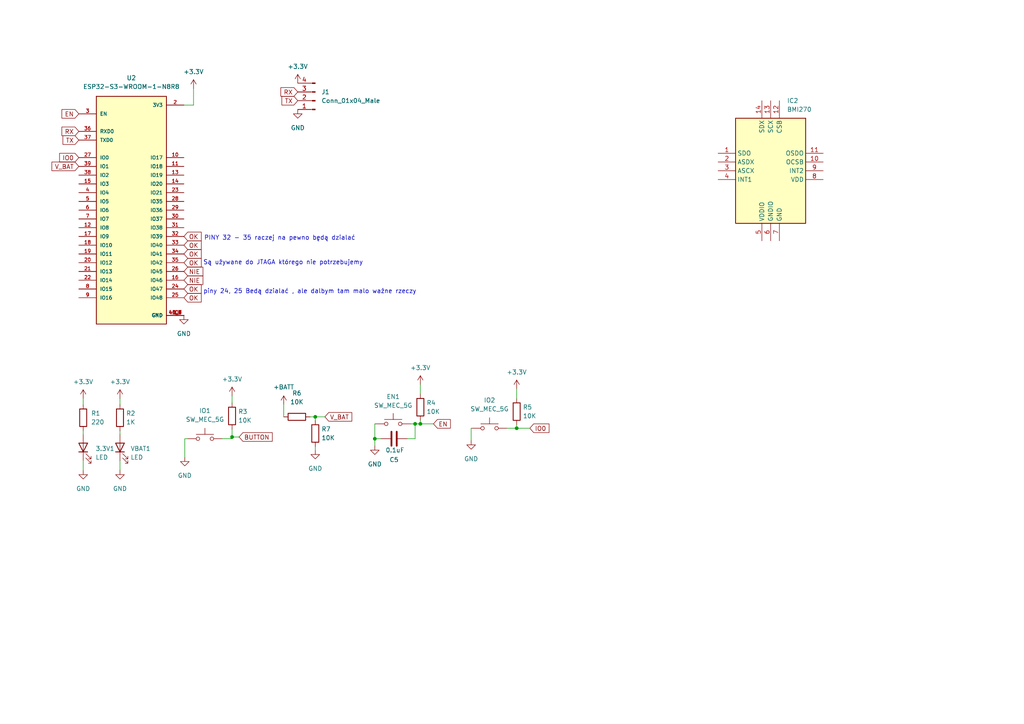
<source format=kicad_sch>
(kicad_sch (version 20230121) (generator eeschema)
  (paper "A4")
  (lib_symbols
    (symbol "Connector:Conn_01x04_Male" (pin_names (offset 1.016) hide)
      (property "Reference" "J" (at 0 5.08 0))
      (property "Value" "Conn_01x04_Male" (at 0 -7.62 0))
      (symbol "Conn_01x04_Male_1_1"
        (polyline (pts (xy 1.27 -5.08) (xy 0.8636 -5.08)) (stroke (width 0.1524)))
        (polyline (pts (xy 1.27 -2.54) (xy 0.8636 -2.54)) (stroke (width 0.1524)))
        (polyline (pts (xy 1.27 0) (xy 0.8636 0)) (stroke (width 0.1524)))
        (polyline (pts (xy 1.27 2.54) (xy 0.8636 2.54)) (stroke (width 0.1524)))
        (rectangle (start 0.8636 -4.953) (end 0 -5.207) (stroke (width 0.1524)) (fill (type outline)))
        (rectangle (start 0.8636 -2.413) (end 0 -2.667) (stroke (width 0.1524)) (fill (type outline)))
        (rectangle (start 0.8636 0.127) (end 0 -0.127) (stroke (width 0.1524)) (fill (type outline)))
        (rectangle (start 0.8636 2.667) (end 0 2.413) (stroke (width 0.1524)) (fill (type outline)))
        (pin passive line (at 5.08 2.54 180) (length 3.81) (name "Pin_1") (number "1"))
        (pin passive line (at 5.08 0 180) (length 3.81) (name "Pin_2") (number "2"))
        (pin passive line (at 5.08 -2.54 180) (length 3.81) (name "Pin_3") (number "3"))
        (pin passive line (at 5.08 -5.08 180) (length 3.81) (name "Pin_4") (number "4"))
      )
    )
    (symbol "Device:C" (pin_numbers hide) (pin_names (offset 0.254))
      (property "Reference" "C" (at 0.635 2.54 0))
      (property "Value" "C" (at 0.635 -2.54 0))
      (symbol "C_0_1"
        (polyline (pts (xy -2.032 -0.762) (xy 2.032 -0.762)) (stroke (width 0.508)))
        (polyline (pts (xy -2.032 0.762) (xy 2.032 0.762)) (stroke (width 0.508)))
      )
      (symbol "C_1_1"
        (pin passive line (at 0 3.81 270) (length 2.794) (name "~") (number "1"))
        (pin passive line (at 0 -3.81 90) (length 2.794) (name "~") (number "2"))
      )
    )
    (symbol "Device:LED" (pin_numbers hide) (pin_names (offset 1.016) hide)
      (property "Reference" "D" (at 0 2.54 0))
      (property "Value" "LED" (at 0 -2.54 0))
      (symbol "LED_0_1"
        (polyline (pts (xy -1.27 -1.27) (xy -1.27 1.27)) (stroke (width 0.254)))
        (polyline (pts (xy -1.27 0) (xy 1.27 0)))
        (polyline (pts (xy 1.27 -1.27) (xy 1.27 1.27) (xy -1.27 0) (xy 1.27 -1.27)) (stroke (width 0.254)))
        (polyline (pts (xy -3.048 -0.762) (xy -4.572 -2.286) (xy -3.81 -2.286) (xy -4.572 -2.286) (xy -4.572 -1.524)))
        (polyline (pts (xy -1.778 -0.762) (xy -3.302 -2.286) (xy -2.54 -2.286) (xy -3.302 -2.286) (xy -3.302 -1.524)))
      )
      (symbol "LED_1_1"
        (pin passive line (at -3.81 0 0) (length 2.54) (name "K") (number "1"))
        (pin passive line (at 3.81 0 180) (length 2.54) (name "A") (number "2"))
      )
    )
    (symbol "Device:R" (pin_numbers hide) (pin_names (offset 0))
      (property "Reference" "R" (at 2.032 0 90))
      (property "Value" "R" (at 0 0 90))
      (symbol "R_0_1"
        (rectangle (start -1.016 -2.54) (end 1.016 2.54) (stroke (width 0.254)))
      )
      (symbol "R_1_1"
        (pin passive line (at 0 3.81 270) (length 1.27) (name "~") (number "1"))
        (pin passive line (at 0 -3.81 90) (length 1.27) (name "~") (number "2"))
      )
    )
    (symbol "ESP32-S3-WROOM-1-N8R8:ESP32-S3-WROOM-1-N8R8" (pin_names (offset 1.016))
      (property "Reference" "U" (at -10.16 34.1122 0))
      (property "Value" "ESP32-S3-WROOM-1-N8R8" (at -10.16 -35.56 0))
      (symbol "ESP32-S3-WROOM-1-N8R8_0_0"
        (rectangle (start -10.16 -33.02) (end 10.16 33.02) (stroke (width 0.254)) (fill (type background)))
        (pin power_in line (at 15.24 -30.48 180) (length 5.08) (name "GND") (number "1"))
        (pin bidirectional line (at 15.24 15.24 180) (length 5.08) (name "IO17") (number "10"))
        (pin bidirectional line (at 15.24 12.7 180) (length 5.08) (name "IO18") (number "11"))
        (pin bidirectional line (at -15.24 -5.08 0) (length 5.08) (name "IO8") (number "12"))
        (pin bidirectional line (at 15.24 10.16 180) (length 5.08) (name "IO19") (number "13"))
        (pin bidirectional line (at 15.24 7.62 180) (length 5.08) (name "IO20") (number "14"))
        (pin bidirectional line (at -15.24 7.62 0) (length 5.08) (name "IO3") (number "15"))
        (pin bidirectional line (at 15.24 -20.32 180) (length 5.08) (name "IO46") (number "16"))
        (pin bidirectional line (at -15.24 -7.62 0) (length 5.08) (name "IO9") (number "17"))
        (pin bidirectional line (at -15.24 -10.16 0) (length 5.08) (name "IO10") (number "18"))
        (pin bidirectional line (at -15.24 -12.7 0) (length 5.08) (name "IO11") (number "19"))
        (pin power_in line (at 15.24 30.48 180) (length 5.08) (name "3V3") (number "2"))
        (pin bidirectional line (at -15.24 -15.24 0) (length 5.08) (name "IO12") (number "20"))
        (pin bidirectional line (at -15.24 -17.78 0) (length 5.08) (name "IO13") (number "21"))
        (pin bidirectional line (at -15.24 -20.32 0) (length 5.08) (name "IO14") (number "22"))
        (pin bidirectional line (at 15.24 5.08 180) (length 5.08) (name "IO21") (number "23"))
        (pin bidirectional line (at 15.24 -22.86 180) (length 5.08) (name "IO47") (number "24"))
        (pin bidirectional line (at 15.24 -25.4 180) (length 5.08) (name "IO48") (number "25"))
        (pin bidirectional line (at 15.24 -17.78 180) (length 5.08) (name "IO45") (number "26"))
        (pin bidirectional line (at -15.24 15.24 0) (length 5.08) (name "IO0") (number "27"))
        (pin bidirectional line (at 15.24 2.54 180) (length 5.08) (name "IO35") (number "28"))
        (pin bidirectional line (at 15.24 0 180) (length 5.08) (name "IO36") (number "29"))
        (pin input line (at -15.24 27.94 0) (length 5.08) (name "EN") (number "3"))
        (pin bidirectional line (at 15.24 -2.54 180) (length 5.08) (name "IO37") (number "30"))
        (pin bidirectional line (at 15.24 -5.08 180) (length 5.08) (name "IO38") (number "31"))
        (pin bidirectional line (at 15.24 -7.62 180) (length 5.08) (name "IO39") (number "32"))
        (pin bidirectional line (at 15.24 -10.16 180) (length 5.08) (name "IO40") (number "33"))
        (pin bidirectional line (at 15.24 -12.7 180) (length 5.08) (name "IO41") (number "34"))
        (pin bidirectional line (at 15.24 -15.24 180) (length 5.08) (name "IO42") (number "35"))
        (pin bidirectional line (at -15.24 22.86 0) (length 5.08) (name "RXD0") (number "36"))
        (pin bidirectional line (at -15.24 20.32 0) (length 5.08) (name "TXD0") (number "37"))
        (pin bidirectional line (at -15.24 10.16 0) (length 5.08) (name "IO2") (number "38"))
        (pin bidirectional line (at -15.24 12.7 0) (length 5.08) (name "IO1") (number "39"))
        (pin bidirectional line (at -15.24 5.08 0) (length 5.08) (name "IO4") (number "4"))
        (pin power_in line (at 15.24 -30.48 180) (length 5.08) (name "GND") (number "40"))
        (pin power_in line (at 15.24 -30.48 180) (length 5.08) (name "GND") (number "41_1"))
        (pin power_in line (at 15.24 -30.48 180) (length 5.08) (name "GND") (number "41_2"))
        (pin power_in line (at 15.24 -30.48 180) (length 5.08) (name "GND") (number "41_3"))
        (pin power_in line (at 15.24 -30.48 180) (length 5.08) (name "GND") (number "41_4"))
        (pin power_in line (at 15.24 -30.48 180) (length 5.08) (name "GND") (number "41_5"))
        (pin power_in line (at 15.24 -30.48 180) (length 5.08) (name "GND") (number "41_6"))
        (pin power_in line (at 15.24 -30.48 180) (length 5.08) (name "GND") (number "41_7"))
        (pin power_in line (at 15.24 -30.48 180) (length 5.08) (name "GND") (number "41_8"))
        (pin power_in line (at 15.24 -30.48 180) (length 5.08) (name "GND") (number "41_9"))
        (pin bidirectional line (at -15.24 2.54 0) (length 5.08) (name "IO5") (number "5"))
        (pin bidirectional line (at -15.24 0 0) (length 5.08) (name "IO6") (number "6"))
        (pin bidirectional line (at -15.24 -2.54 0) (length 5.08) (name "IO7") (number "7"))
        (pin bidirectional line (at -15.24 -22.86 0) (length 5.08) (name "IO15") (number "8"))
        (pin bidirectional line (at -15.24 -25.4 0) (length 5.08) (name "IO16") (number "9"))
      )
    )
    (symbol "Importowane schematy:BMI270"
      (property "Reference" "IC" (at 26.67 15.24 0))
      (property "Value" "BMI270" (at 26.67 12.7 0))
      (symbol "BMI270_1_1"
        (rectangle (start 5.08 10.16) (end 25.4 -20.32) (stroke (width 0.254)) (fill (type background)))
        (pin passive line (at 0 0 0) (length 5.08) (name "SDO") (number "1"))
        (pin passive line (at 30.48 -2.54 180) (length 5.08) (name "OCSB") (number "10"))
        (pin passive line (at 30.48 0 180) (length 5.08) (name "OSDO") (number "11"))
        (pin passive line (at 17.78 15.24 270) (length 5.08) (name "CSB") (number "12"))
        (pin passive line (at 15.24 15.24 270) (length 5.08) (name "SCX") (number "13"))
        (pin passive line (at 12.7 15.24 270) (length 5.08) (name "SDX") (number "14"))
        (pin passive line (at 0 -2.54 0) (length 5.08) (name "ASDX") (number "2"))
        (pin passive line (at 0 -5.08 0) (length 5.08) (name "ASCX") (number "3"))
        (pin passive line (at 0 -7.62 0) (length 5.08) (name "INT1") (number "4"))
        (pin passive line (at 12.7 -25.4 90) (length 5.08) (name "VDDIO") (number "5"))
        (pin passive line (at 15.24 -25.4 90) (length 5.08) (name "GNDIO") (number "6"))
        (pin passive line (at 17.78 -25.4 90) (length 5.08) (name "GND") (number "7"))
        (pin passive line (at 30.48 -7.62 180) (length 5.08) (name "VDD") (number "8"))
        (pin passive line (at 30.48 -5.08 180) (length 5.08) (name "INT2") (number "9"))
      )
    )
    (symbol "Switch:SW_MEC_5G" (pin_numbers hide) (pin_names (offset 1.016) hide)
      (property "Reference" "SW" (at 1.27 2.54 0))
      (property "Value" "SW_MEC_5G" (at 0 -1.524 0))
      (symbol "SW_MEC_5G_0_1"
        (circle (center -2.032 0) (radius 0.508))
        (polyline (pts (xy 0 1.27) (xy 0 3.048)))
        (polyline (pts (xy 2.54 1.27) (xy -2.54 1.27)))
        (circle (center 2.032 0) (radius 0.508))
        (pin passive line (at -5.08 0 0) (length 2.54) (name "A") (number "1"))
        (pin passive line (at 5.08 0 180) (length 2.54) (name "B") (number "3"))
      )
      (symbol "SW_MEC_5G_1_1"
        (pin passive line (at -5.08 0 0) (length 2.54) hide (name "A") (number "2"))
        (pin passive line (at 5.08 0 180) (length 2.54) hide (name "B") (number "4"))
      )
    )
    (symbol "power:+3.3V" (power) (pin_names (offset 0))
      (property "Value" "+3.3V" (at 0 3.556 0))
      (symbol "+3.3V_0_1"
        (polyline (pts (xy -0.762 1.27) (xy 0 2.54)))
        (polyline (pts (xy 0 0) (xy 0 2.54)))
        (polyline (pts (xy 0 2.54) (xy 0.762 1.27)))
      )
      (symbol "+3.3V_1_1"
        (pin power_in line (at 0 0 90) (length 0) hide (name "+3.3V") (number "1"))
      )
    )
    (symbol "power:+BATT" (power) (pin_names (offset 0))
      (property "Value" "+BATT" (at 0 3.556 0))
      (symbol "+BATT_0_1"
        (polyline (pts (xy -0.762 1.27) (xy 0 2.54)))
        (polyline (pts (xy 0 0) (xy 0 2.54)))
        (polyline (pts (xy 0 2.54) (xy 0.762 1.27)))
      )
      (symbol "+BATT_1_1"
        (pin power_in line (at 0 0 90) (length 0) hide (name "+BATT") (number "1"))
      )
    )
    (symbol "power:GND" (power) (pin_names (offset 0))
      (property "Value" "GND" (at 0 -3.81 0))
      (symbol "GND_0_1"
        (polyline (pts (xy 0 0) (xy 0 -1.27) (xy 1.27 -1.27) (xy 0 -2.54) (xy -1.27 -1.27) (xy 0 -1.27)))
      )
      (symbol "GND_1_1"
        (pin power_in line (at 0 0 270) (length 0) hide (name "GND") (number "1"))
      )
    )
  )
  (junction (at 121.92 122.936))
  (junction (at 108.712 127.254))
  (junction (at 120.396 122.936))
  (junction (at 67.31 126.746))
  (junction (at 91.44 120.904))
  (junction (at 149.86 124.206))
  (wire (pts (xy 120.396 127.254) (xy 120.396 122.936)))
  (wire (pts (xy 53.594 127.254) (xy 54.356 127.254)))
  (wire (pts (xy 149.86 124.206) (xy 149.86 123.19)))
  (wire (pts (xy 24.13 115.57) (xy 24.13 117.348)))
  (wire (pts (xy 34.798 115.57) (xy 34.798 117.348)))
  (wire (pts (xy 136.652 127.762) (xy 136.652 124.206)))
  (wire (pts (xy 119.126 122.936) (xy 120.396 122.936)))
  (wire (pts (xy 147.066 124.206) (xy 149.86 124.206)))
  (wire (pts (xy 108.712 127.254) (xy 108.712 122.936)))
  (wire (pts (xy 67.31 114.808) (xy 67.31 116.84)))
  (wire (pts (xy 53.594 132.588) (xy 53.594 127.254)))
  (wire (pts (xy 67.31 126.746) (xy 69.342 126.746)))
  (wire (pts (xy 89.916 120.904) (xy 91.44 120.904)))
  (wire (pts (xy 53.34 30.48) (xy 56.134 30.48)))
  (wire (pts (xy 108.712 127.254) (xy 110.49 127.254)))
  (wire (pts (xy 108.712 129.286) (xy 108.712 127.254)))
  (wire (pts (xy 121.92 122.936) (xy 121.92 121.92)))
  (wire (pts (xy 118.11 127.254) (xy 120.396 127.254)))
  (wire (pts (xy 120.396 122.936) (xy 121.92 122.936)))
  (wire (pts (xy 149.86 124.206) (xy 153.67 124.206)))
  (wire (pts (xy 121.92 122.936) (xy 125.73 122.936)))
  (wire (pts (xy 67.31 126.746) (xy 67.31 127.254)))
  (wire (pts (xy 91.44 130.556) (xy 91.44 129.54)))
  (wire (pts (xy 82.296 117.348) (xy 82.296 120.904)))
  (wire (pts (xy 108.712 122.936) (xy 108.966 122.936)))
  (wire (pts (xy 24.13 133.604) (xy 24.13 136.398)))
  (wire (pts (xy 121.92 114.3) (xy 121.92 111.506)))
  (wire (pts (xy 56.134 30.48) (xy 56.134 25.654)))
  (wire (pts (xy 34.798 133.604) (xy 34.798 136.398)))
  (wire (pts (xy 91.44 120.904) (xy 91.44 121.92)))
  (wire (pts (xy 67.31 126.746) (xy 67.31 124.46)))
  (wire (pts (xy 91.44 120.904) (xy 94.234 120.904)))
  (wire (pts (xy 64.516 127.254) (xy 67.31 127.254)))
  (wire (pts (xy 34.798 124.968) (xy 34.798 125.984)))
  (wire (pts (xy 149.86 115.57) (xy 149.86 112.776)))
  (wire (pts (xy 24.13 124.968) (xy 24.13 125.984)))
  (wire (pts (xy 136.652 124.206) (xy 136.906 124.206)))
  (text "Są używane do JTAGA którego nie potrzebujemy" (at 58.928 76.962 0) (effects (font (size 1.27 1.27)) (justify left bottom)))
  (text "PINY 32 - 35 raczej na pewno będą dzialać" (at 59.182 69.85 0) (effects (font (size 1.27 1.27)) (justify left bottom)))
  (text "piny 24, 25 Bedą dzialać , ale dalbym tam malo ważne rzeczy" (at 58.928 85.344 0) (effects (font (size 1.27 1.27)) (justify left bottom)))
  (global_label "NIE" (shape input) (at 53.34 78.74 0) (property "Intersheetrefs" "${INTERSHEET_REFS}" (effects hide)))
  (global_label "RX" (shape input) (at 86.36 26.67 180) (property "Intersheetrefs" "${INTERSHEET_REFS}" (effects hide)))
  (global_label "NIE" (shape input) (at 53.34 81.28 0) (property "Intersheetrefs" "${INTERSHEET_REFS}" (effects hide)))
  (global_label "BUTTON" (shape input) (at 69.342 126.746 0) (property "Intersheetrefs" "${INTERSHEET_REFS}" (effects hide)))
  (global_label "OK" (shape input) (at 53.34 68.58 0) (property "Intersheetrefs" "${INTERSHEET_REFS}" (effects hide)))
  (global_label "IO0" (shape input) (at 153.67 124.206 0) (property "Intersheetrefs" "${INTERSHEET_REFS}" (effects hide)))
  (global_label "TX" (shape input) (at 22.86 40.64 180) (property "Intersheetrefs" "${INTERSHEET_REFS}" (effects hide)))
  (global_label "TX" (shape input) (at 86.36 29.21 180) (property "Intersheetrefs" "${INTERSHEET_REFS}" (effects hide)))
  (global_label "OK" (shape input) (at 53.34 71.12 0) (property "Intersheetrefs" "${INTERSHEET_REFS}" (effects hide)))
  (global_label "IO0" (shape input) (at 22.86 45.72 180) (property "Intersheetrefs" "${INTERSHEET_REFS}" (effects hide)))
  (global_label "EN" (shape input) (at 22.86 33.02 180) (property "Intersheetrefs" "${INTERSHEET_REFS}" (effects hide)))
  (global_label "V_BAT" (shape input) (at 94.234 120.904 0) (property "Intersheetrefs" "${INTERSHEET_REFS}" (effects hide)))
  (global_label "OK" (shape input) (at 53.34 83.82 0) (property "Intersheetrefs" "${INTERSHEET_REFS}" (effects hide)))
  (global_label "V_BAT" (shape input) (at 22.86 48.26 180) (property "Intersheetrefs" "${INTERSHEET_REFS}" (effects hide)))
  (global_label "OK" (shape input) (at 53.34 73.66 0) (property "Intersheetrefs" "${INTERSHEET_REFS}" (effects hide)))
  (global_label "OK" (shape input) (at 53.34 86.36 0) (property "Intersheetrefs" "${INTERSHEET_REFS}" (effects hide)))
  (global_label "RX" (shape input) (at 22.86 38.1 180) (property "Intersheetrefs" "${INTERSHEET_REFS}" (effects hide)))
  (global_label "OK" (shape input) (at 53.34 76.2 0) (property "Intersheetrefs" "${INTERSHEET_REFS}" (effects hide)))
  (global_label "EN" (shape input) (at 125.73 122.936 0) (property "Intersheetrefs" "${INTERSHEET_REFS}" (effects hide)))
  (symbol (lib_id "Device:R") (at 149.86 119.38 0) (unit 1)
    (property "Reference" "R5" (at 151.638 118.1099 0) (effects (justify left)))
    (property "Value" "10K" (at 151.638 120.6499 0) (effects (justify left)))
    (property "Footprint" "Resistor_SMD:R_0603_1608Metric" (effects hide))
  )
  (symbol (lib_id "Switch:SW_MEC_5G") (at 59.436 127.254 0) (unit 1)
    (property "Reference" "IO1" (at 59.436 119.126 0))
    (property "Value" "SW_MEC_5G" (at 59.436 121.666 0))
    (property "Datasheet" "http://www.apem.com/int/index.php?controller=attachment&id_attachment=488" (effects hide))
    (instances (project "LF_1" (path "" (reference "IO1") (unit 1)) (path "" (reference "IO2") (unit 1))))
  )
  (symbol (lib_id "power:+BATT") (at 82.296 117.348 0) (unit 1)
    (property "Reference" "#PWR029" (effects hide))
    (property "Value" "+BATT" (at 82.296 112.268 0))
    (instances (project "LF_1" (path "" (reference "#PWR029") (unit 1)) (path "" (reference "#PWR011") (unit 1))))
  )
  (symbol (lib_id "Device:R") (at 34.798 121.158 0) (unit 1)
    (property "Reference" "R2" (at 36.576 119.8879 0) (effects (justify left)))
    (property "Value" "1K" (at 36.576 122.4279 0) (effects (justify left)))
    (property "Footprint" "Resistor_SMD:R_0603_1608Metric" (effects hide))
    (instances (project "LF_1" (path "" (reference "R2") (unit 1)) (path "" (reference "R9") (unit 1))))
  )
  (symbol (lib_id "Importowane schematy:BMI270") (at 208.28 44.45 0) (unit 1)
    (property "Reference" "IC2" (at 228.2541 29.21 0) (effects (justify left)))
    (property "Value" "BMI270" (at 228.2541 31.75 0) (effects (justify left)))
    (property "Footprint" "Importowane schematy:QFN50P300X250X87-14N" (effects hide))
    (property "Datasheet" "https://www.mouser.de/datasheet/2/783/BST-BMI270-FL000-1530947.pdf" (effects hide))
    (property "Height" "0.87" (effects hide))
    (property "Mouser Part Number" "262-BMI270" (effects hide))
    (property "Mouser Price/Stock" "https://www.mouser.co.uk/ProductDetail/Bosch-Sensortec/BMI270?qs=u16ybLDytRYIj%252BjQEee88A%3D%3D" (effects hide))
    (property "Manufacturer_Name" "BOSCH" (effects hide))
    (property "Manufacturer_Part_Number" "BMI270" (effects hide))
  )
  (symbol (lib_id "power:+3.3V") (at 24.13 115.57 0) (unit 1)
    (property "Reference" "#PWR018" (effects hide))
    (property "Value" "+3.3V" (at 24.13 110.744 0))
    (instances (project "LF_1" (path "" (reference "#PWR018") (unit 1)) (path "" (reference "#PWR016") (unit 1))))
  )
  (symbol (lib_id "power:GND") (at 91.44 130.556 0) (unit 1)
    (property "Reference" "#PWR031" (effects hide))
    (property "Value" "GND" (at 91.44 135.89 0))
    (instances (project "LF_1" (path "" (reference "#PWR031") (unit 1)) (path "" (reference "#PWR013") (unit 1))))
  )
  (symbol (lib_id "Switch:SW_MEC_5G") (at 141.986 124.206 0) (unit 1)
    (property "Reference" "IO2" (at 141.986 116.078 0))
    (property "Value" "SW_MEC_5G" (at 141.986 118.618 0))
    (property "Datasheet" "http://www.apem.com/int/index.php?controller=attachment&id_attachment=488" (effects hide))
    (instances (project "LF_1" (path "" (reference "IO2") (unit 1)) (path "" (reference "IO1") (unit 1))))
  )
  (symbol (lib_id "Connector:Conn_01x04_Male") (at 91.44 29.21 180) (unit 1)
    (property "Reference" "J1" (at 93.218 26.6699 0) (effects (justify right)))
    (property "Value" "Conn_01x04_Male" (at 93.218 29.2099 0) (effects (justify right)))
    (property "Footprint" "Connector_PinHeader_2.54mm:PinHeader_1x04_P2.54mm_Vertical" (effects hide))
  )
  (symbol (lib_id "Device:LED") (at 34.798 129.794 90) (unit 1)
    (property "Reference" "VBAT1" (at 37.846 130.1114 90) (effects (justify right)))
    (property "Value" "LED" (at 37.846 132.6514 90) (effects (justify right)))
    (property "Footprint" "LED_SMD:LED_0603_1608Metric" (effects hide))
  )
  (symbol (lib_id "Device:R") (at 67.31 120.65 0) (unit 1)
    (property "Reference" "R3" (at 69.088 119.3799 0) (effects (justify left)))
    (property "Value" "10K" (at 69.088 121.9199 0) (effects (justify left)))
    (property "Footprint" "Resistor_SMD:R_0603_1608Metric" (effects hide))
    (instances (project "LF_1" (path "" (reference "R3") (unit 1)) (path "" (reference "R10") (unit 1))))
  )
  (symbol (lib_id "power:+3.3V") (at 56.134 25.654 0) (unit 1)
    (property "Reference" "#PWR024" (effects hide))
    (property "Value" "+3.3V" (at 56.134 20.828 0))
    (instances (project "LF_1" (path "" (reference "#PWR024") (unit 1)) (path "" (reference "#PWR06") (unit 1))))
  )
  (symbol (lib_id "Device:R") (at 91.44 125.73 0) (unit 1)
    (property "Reference" "R7" (at 93.218 124.4599 0) (effects (justify left)))
    (property "Value" "10K" (at 93.218 126.9999 0) (effects (justify left)))
    (property "Footprint" "Resistor_SMD:R_0603_1608Metric" (effects hide))
  )
  (symbol (lib_id "power:GND") (at 24.13 136.398 0) (unit 1)
    (property "Reference" "#PWR021" (effects hide))
    (property "Value" "GND" (at 24.13 141.732 0))
    (instances (project "LF_1" (path "" (reference "#PWR021") (unit 1)) (path "" (reference "#PWR019") (unit 1))))
  )
  (symbol (lib_id "power:GND") (at 136.652 127.762 0) (unit 1)
    (property "Reference" "#PWR030" (effects hide))
    (property "Value" "GND" (at 136.652 133.096 0))
    (instances (project "LF_1" (path "" (reference "#PWR030") (unit 1)) (path "" (reference "#PWR012") (unit 1))))
  )
  (symbol (lib_id "Device:R") (at 86.106 120.904 90) (unit 1)
    (property "Reference" "R6" (at 86.106 114.046 90))
    (property "Value" "10K" (at 86.106 116.586 90))
    (property "Footprint" "Resistor_SMD:R_0603_1608Metric" (effects hide))
  )
  (symbol (lib_id "power:+3.3V") (at 86.36 24.13 0) (unit 1)
    (property "Reference" "#PWR026" (effects hide))
    (property "Value" "+3.3V" (at 86.36 19.304 0))
    (instances (project "LF_1" (path "" (reference "#PWR026") (unit 1)) (path "" (reference "#PWR08") (unit 1))))
  )
  (symbol (lib_id "power:+3.3V") (at 34.798 115.57 0) (unit 1)
    (property "Reference" "#PWR019" (effects hide))
    (property "Value" "+3.3V" (at 34.798 110.744 0))
    (instances (project "LF_1" (path "" (reference "#PWR019") (unit 1)) (path "" (reference "#PWR017") (unit 1))))
  )
  (symbol (lib_id "Device:LED") (at 24.13 129.794 90) (unit 1)
    (property "Reference" "3.3V1" (at 27.686 130.1114 90) (effects (justify right)))
    (property "Value" "LED" (at 27.686 132.6514 90) (effects (justify right)))
    (property "Footprint" "LED_SMD:LED_0603_1608Metric" (effects hide))
  )
  (symbol (lib_id "ESP32-S3-WROOM-1-N8R8:ESP32-S3-WROOM-1-N8R8") (at 38.1 60.96 0) (unit 1)
    (property "Reference" "U2" (at 38.1 22.606 0))
    (property "Value" "ESP32-S3-WROOM-1-N8R8" (at 38.1 25.146 0))
    (property "Footprint" "ESP32-S3-WROOM-1-N8R8:XCVR_ESP32S3WROOM1N8R8" (effects hide))
    (property "MF" "Espressif Systems" (effects hide))
    (property "DESCRIPTION" "Bluetooth, WiFi 802.11b/g/n, Bluetooth v5.0 Transceiver Module 2.4GHz PCB Trace Surface Mount" (effects hide))
    (property "PACKAGE" "SMD-41 Espressif Systems" (effects hide))
    (property "PRICE" "None" (effects hide))
    (property "Package" "NON STANDARD Espressif Systems" (effects hide))
    (property "Check_prices" "https://www.snapeda.com/parts/ESP32-S3-WROOM-1-N8R8/Espressif+Systems/view-part/?ref=eda" (effects hide))
    (property "Price" "None" (effects hide))
    (property "SnapEDA_Link" "https://www.snapeda.com/parts/ESP32-S3-WROOM-1-N8R8/Espressif+Systems/view-part/?ref=snap" (effects hide))
    (property "MP" "ESP32-S3-WROOM-1-N8R8" (effects hide))
    (property "Purchase-URL" "https://www.snapeda.com/api/url_track_click_mouser/?unipart_id=8936581&manufacturer=Espressif Systems&part_name=ESP32-S3-WROOM-1-N8R8&search_term=esp32 s3" (effects hide))
    (property "Description" "\nBluetooth, WiFi 802.11b/g/n, Bluetooth v5.0 Transceiver Module 2.4GHz PCB Trace Surface Mount\n" (effects hide))
    (property "Availability" "In Stock" (effects hide))
    (property "AVAILABILITY" "In Stock" (effects hide))
    (property "PURCHASE-URL" "https://pricing.snapeda.com/search/part/ESP32S3WROOM1N8R8/?ref=eda" (effects hide))
    (instances (project "LF_1" (path "" (reference "U2") (unit 1)) (path "" (reference "U1") (unit 1))))
  )
  (symbol (lib_id "power:GND") (at 108.712 129.286 0) (unit 1)
    (property "Reference" "#PWR025" (effects hide))
    (property "Value" "GND" (at 108.712 134.62 0))
    (instances (project "LF_1" (path "" (reference "#PWR025") (unit 1)) (path "" (reference "#PWR07") (unit 1))))
  )
  (symbol (lib_id "power:GND") (at 53.34 91.44 0) (unit 1)
    (property "Reference" "#PWR032" (effects hide))
    (property "Value" "GND" (at 53.34 96.774 0))
    (instances (project "LF_1" (path "" (reference "#PWR032") (unit 1)) (path "" (reference "#PWR014") (unit 1))))
  )
  (symbol (lib_id "power:GND") (at 53.594 132.588 0) (unit 1)
    (property "Reference" "#PWR020" (effects hide))
    (property "Value" "GND" (at 53.594 137.922 0))
    (instances (project "LF_1" (path "" (reference "#PWR020") (unit 1)) (path "" (reference "#PWR018") (unit 1))))
  )
  (symbol (lib_id "power:+3.3V") (at 67.31 114.808 0) (unit 1)
    (property "Reference" "#PWR017" (effects hide))
    (property "Value" "+3.3V" (at 67.31 109.982 0))
    (instances (project "LF_1" (path "" (reference "#PWR017") (unit 1)) (path "" (reference "#PWR015") (unit 1))))
  )
  (symbol (lib_id "Device:C") (at 114.3 127.254 90) (unit 1)
    (property "Reference" "C5" (at 114.3 133.35 90))
    (property "Value" "0.1uF" (at 114.554 130.556 90))
    (property "Footprint" "Capacitor_SMD:C_0603_1608Metric" (effects hide))
    (instances (project "LF_1" (path "" (reference "C5") (unit 1)) (path "" (reference "C7") (unit 1))))
  )
  (symbol (lib_id "power:GND") (at 34.798 136.398 0) (unit 1)
    (property "Reference" "#PWR022" (effects hide))
    (property "Value" "GND" (at 34.798 141.732 0))
    (instances (project "LF_1" (path "" (reference "#PWR022") (unit 1)) (path "" (reference "#PWR020") (unit 1))))
  )
  (symbol (lib_id "Device:R") (at 24.13 121.158 0) (unit 1)
    (property "Reference" "R1" (at 26.416 119.8879 0) (effects (justify left)))
    (property "Value" "220" (at 26.416 122.4279 0) (effects (justify left)))
    (property "Footprint" "Resistor_SMD:R_0603_1608Metric" (effects hide))
    (instances (project "LF_1" (path "" (reference "R1") (unit 1)) (path "" (reference "R8") (unit 1))))
  )
  (symbol (lib_id "Device:R") (at 121.92 118.11 0) (unit 1)
    (property "Reference" "R4" (at 123.698 116.8399 0) (effects (justify left)))
    (property "Value" "10K" (at 123.698 119.3799 0) (effects (justify left)))
    (property "Footprint" "Resistor_SMD:R_0603_1608Metric" (effects hide))
  )
  (symbol (lib_id "power:+3.3V") (at 149.86 112.776 0) (unit 1)
    (property "Reference" "#PWR027" (effects hide))
    (property "Value" "+3.3V" (at 149.86 107.95 0))
    (instances (project "LF_1" (path "" (reference "#PWR027") (unit 1)) (path "" (reference "#PWR09") (unit 1))))
  )
  (symbol (lib_id "Switch:SW_MEC_5G") (at 114.046 122.936 0) (unit 1)
    (property "Reference" "EN1" (at 114.046 115.062 0))
    (property "Value" "SW_MEC_5G" (at 114.046 117.602 0))
    (property "Datasheet" "http://www.apem.com/int/index.php?controller=attachment&id_attachment=488" (effects hide))
  )
  (symbol (lib_id "power:+3.3V") (at 121.92 111.506 0) (unit 1)
    (property "Reference" "#PWR023" (effects hide))
    (property "Value" "+3.3V" (at 121.92 106.68 0))
    (instances (project "LF_1" (path "" (reference "#PWR023") (unit 1)) (path "" (reference "#PWR05") (unit 1))))
  )
  (symbol (lib_id "power:GND") (at 86.36 31.75 0) (unit 1)
    (property "Reference" "#PWR028" (effects hide))
    (property "Value" "GND" (at 86.36 37.084 0))
    (instances (project "LF_1" (path "" (reference "#PWR028") (unit 1)) (path "" (reference "#PWR010") (unit 1))))
  )
)
</source>
